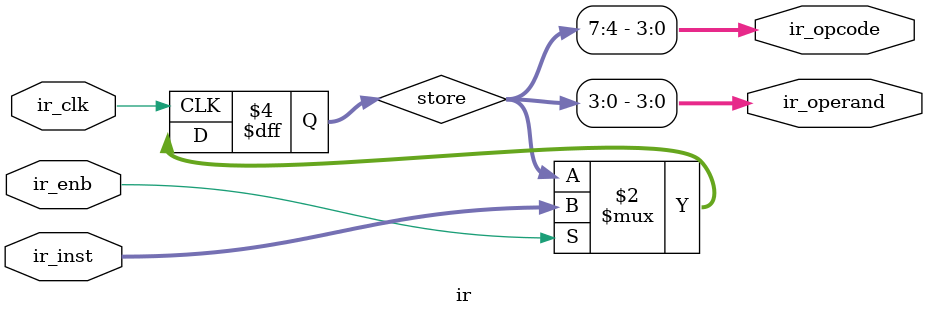
<source format=sv>
module ir (
	input ir_clk,
	input ir_enb,
	input [7:0] ir_inst,
	output [3:0] ir_opcode,
	output [3:0] ir_operand
	);

	reg [7:0] store;

	always @(posedge ir_clk) begin
		if (ir_enb) begin 
			store <= ir_inst; end
	end

	assign ir_opcode = store[7:4];
	assign ir_operand = store[3:0];
	
	endmodule

</source>
